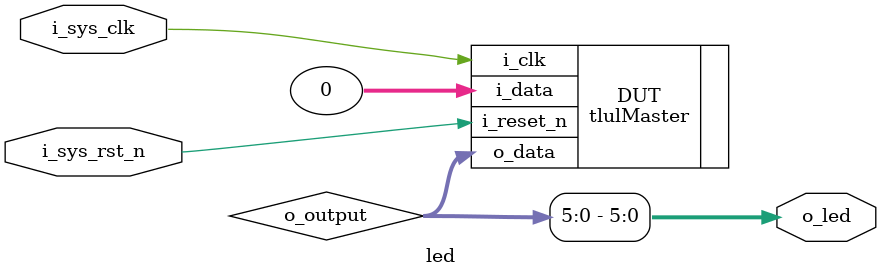
<source format=v>
module led (
    input   wire            i_sys_clk,          // clk input
    input   wire            i_sys_rst_n,        // reset input
    output  wire     [5:0]   o_led    // 6 LEDS pin
);

// module tlulMaster(
//     input   wire    [0:0]   i_clk,
//     input   wire    [0:0]   i_reset_n,
//     input   wire    [7:0]   i_data,
//     output  reg     [7:0]   o_data
// );
wire [7:0] o_output;
tlulMaster DUT(
    .i_clk(i_sys_clk),
    .i_reset_n(i_sys_rst_n),
    .i_data('h00),  // Example input data, modify as needed
    .o_data(o_output)   // Connect output to LED pins
);
assign o_led = o_output[5:0]; // Assign the first 6 bits to the LED output    

endmodule

</source>
